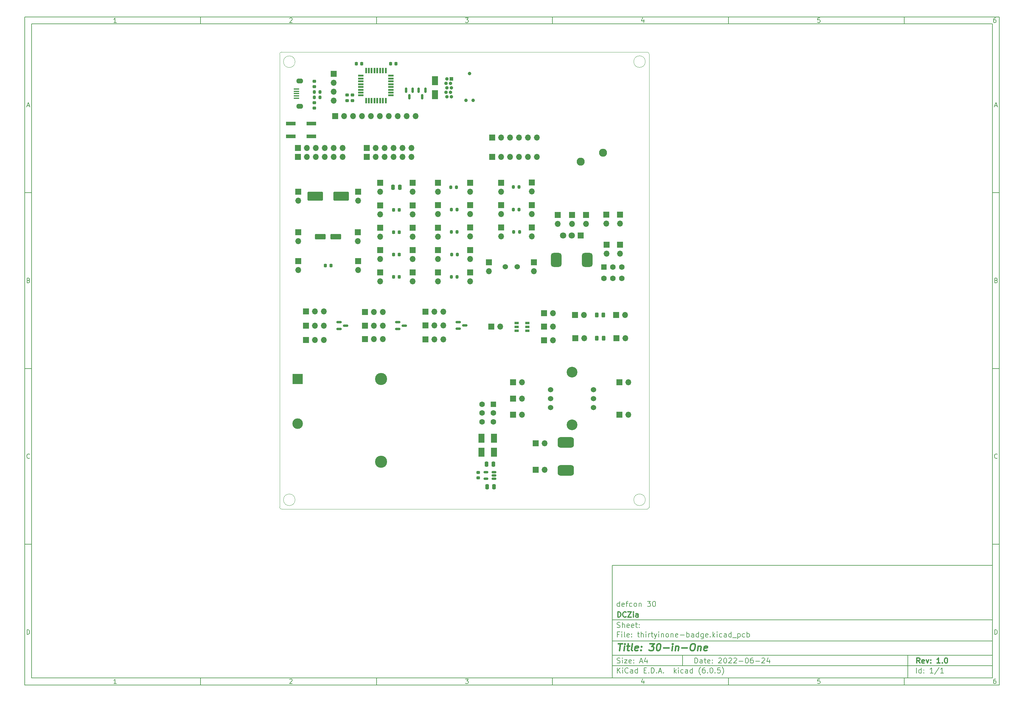
<source format=gbr>
%TF.GenerationSoftware,KiCad,Pcbnew,(6.0.5)*%
%TF.CreationDate,2022-09-10T22:43:36-06:00*%
%TF.ProjectId,thirtyinone-badge,74686972-7479-4696-9e6f-6e652d626164,1.0*%
%TF.SameCoordinates,Original*%
%TF.FileFunction,Soldermask,Top*%
%TF.FilePolarity,Negative*%
%FSLAX46Y46*%
G04 Gerber Fmt 4.6, Leading zero omitted, Abs format (unit mm)*
G04 Created by KiCad (PCBNEW (6.0.5)) date 2022-09-10 22:43:36*
%MOMM*%
%LPD*%
G01*
G04 APERTURE LIST*
G04 Aperture macros list*
%AMRoundRect*
0 Rectangle with rounded corners*
0 $1 Rounding radius*
0 $2 $3 $4 $5 $6 $7 $8 $9 X,Y pos of 4 corners*
0 Add a 4 corners polygon primitive as box body*
4,1,4,$2,$3,$4,$5,$6,$7,$8,$9,$2,$3,0*
0 Add four circle primitives for the rounded corners*
1,1,$1+$1,$2,$3*
1,1,$1+$1,$4,$5*
1,1,$1+$1,$6,$7*
1,1,$1+$1,$8,$9*
0 Add four rect primitives between the rounded corners*
20,1,$1+$1,$2,$3,$4,$5,0*
20,1,$1+$1,$4,$5,$6,$7,0*
20,1,$1+$1,$6,$7,$8,$9,0*
20,1,$1+$1,$8,$9,$2,$3,0*%
G04 Aperture macros list end*
%ADD10C,0.100000*%
%ADD11C,0.150000*%
%ADD12C,0.300000*%
%ADD13C,0.400000*%
%TA.AperFunction,Profile*%
%ADD14C,0.100000*%
%TD*%
%ADD15R,1.500000X0.400000*%
%ADD16O,1.950000X1.400000*%
%ADD17R,2.800000X1.000000*%
%ADD18RoundRect,0.200000X-0.200000X-0.275000X0.200000X-0.275000X0.200000X0.275000X-0.200000X0.275000X0*%
%ADD19RoundRect,0.150000X-0.150000X0.587500X-0.150000X-0.587500X0.150000X-0.587500X0.150000X0.587500X0*%
%ADD20R,0.550000X1.600000*%
%ADD21R,1.600000X0.550000*%
%ADD22RoundRect,0.225000X-0.225000X-0.250000X0.225000X-0.250000X0.225000X0.250000X-0.225000X0.250000X0*%
%ADD23RoundRect,0.225000X0.250000X-0.225000X0.250000X0.225000X-0.250000X0.225000X-0.250000X-0.225000X0*%
%ADD24R,1.700000X1.700000*%
%ADD25O,1.700000X1.700000*%
%ADD26C,1.524000*%
%ADD27RoundRect,0.250000X-1.950000X-1.000000X1.950000X-1.000000X1.950000X1.000000X-1.950000X1.000000X0*%
%ADD28R,1.600000X1.600000*%
%ADD29C,1.600000*%
%ADD30R,1.800000X2.500000*%
%ADD31C,3.048000*%
%ADD32C,3.450000*%
%ADD33R,3.000000X3.000000*%
%ADD34C,3.000000*%
%ADD35RoundRect,0.250000X-1.250000X-0.550000X1.250000X-0.550000X1.250000X0.550000X-1.250000X0.550000X0*%
%ADD36RoundRect,0.150000X-0.587500X-0.150000X0.587500X-0.150000X0.587500X0.150000X-0.587500X0.150000X0*%
%ADD37RoundRect,0.250000X-0.250000X-0.475000X0.250000X-0.475000X0.250000X0.475000X-0.250000X0.475000X0*%
%ADD38RoundRect,0.762000X1.524000X0.762000X-1.524000X0.762000X-1.524000X-0.762000X1.524000X-0.762000X0*%
%ADD39R,1.300000X0.700000*%
%ADD40RoundRect,0.243750X-0.243750X-0.456250X0.243750X-0.456250X0.243750X0.456250X-0.243750X0.456250X0*%
%ADD41R,1.800000X1.800000*%
%ADD42C,1.800000*%
%ADD43RoundRect,0.750000X-0.750000X1.250000X-0.750000X-1.250000X0.750000X-1.250000X0.750000X1.250000X0*%
%ADD44C,2.286000*%
%ADD45RoundRect,0.225000X0.225000X0.250000X-0.225000X0.250000X-0.225000X-0.250000X0.225000X-0.250000X0*%
%ADD46RoundRect,0.150000X0.512500X0.150000X-0.512500X0.150000X-0.512500X-0.150000X0.512500X-0.150000X0*%
%ADD47C,0.988060*%
%ADD48C,0.985520*%
%ADD49R,1.000000X1.000000*%
%ADD50O,1.000000X1.000000*%
G04 APERTURE END LIST*
D10*
D11*
X177002200Y-166007200D02*
X177002200Y-198007200D01*
X285002200Y-198007200D01*
X285002200Y-166007200D01*
X177002200Y-166007200D01*
D10*
D11*
X10000000Y-10000000D02*
X10000000Y-200007200D01*
X287002200Y-200007200D01*
X287002200Y-10000000D01*
X10000000Y-10000000D01*
D10*
D11*
X12000000Y-12000000D02*
X12000000Y-198007200D01*
X285002200Y-198007200D01*
X285002200Y-12000000D01*
X12000000Y-12000000D01*
D10*
D11*
X60000000Y-12000000D02*
X60000000Y-10000000D01*
D10*
D11*
X110000000Y-12000000D02*
X110000000Y-10000000D01*
D10*
D11*
X160000000Y-12000000D02*
X160000000Y-10000000D01*
D10*
D11*
X210000000Y-12000000D02*
X210000000Y-10000000D01*
D10*
D11*
X260000000Y-12000000D02*
X260000000Y-10000000D01*
D10*
D11*
X36065476Y-11588095D02*
X35322619Y-11588095D01*
X35694047Y-11588095D02*
X35694047Y-10288095D01*
X35570238Y-10473809D01*
X35446428Y-10597619D01*
X35322619Y-10659523D01*
D10*
D11*
X85322619Y-10411904D02*
X85384523Y-10350000D01*
X85508333Y-10288095D01*
X85817857Y-10288095D01*
X85941666Y-10350000D01*
X86003571Y-10411904D01*
X86065476Y-10535714D01*
X86065476Y-10659523D01*
X86003571Y-10845238D01*
X85260714Y-11588095D01*
X86065476Y-11588095D01*
D10*
D11*
X135260714Y-10288095D02*
X136065476Y-10288095D01*
X135632142Y-10783333D01*
X135817857Y-10783333D01*
X135941666Y-10845238D01*
X136003571Y-10907142D01*
X136065476Y-11030952D01*
X136065476Y-11340476D01*
X136003571Y-11464285D01*
X135941666Y-11526190D01*
X135817857Y-11588095D01*
X135446428Y-11588095D01*
X135322619Y-11526190D01*
X135260714Y-11464285D01*
D10*
D11*
X185941666Y-10721428D02*
X185941666Y-11588095D01*
X185632142Y-10226190D02*
X185322619Y-11154761D01*
X186127380Y-11154761D01*
D10*
D11*
X236003571Y-10288095D02*
X235384523Y-10288095D01*
X235322619Y-10907142D01*
X235384523Y-10845238D01*
X235508333Y-10783333D01*
X235817857Y-10783333D01*
X235941666Y-10845238D01*
X236003571Y-10907142D01*
X236065476Y-11030952D01*
X236065476Y-11340476D01*
X236003571Y-11464285D01*
X235941666Y-11526190D01*
X235817857Y-11588095D01*
X235508333Y-11588095D01*
X235384523Y-11526190D01*
X235322619Y-11464285D01*
D10*
D11*
X285941666Y-10288095D02*
X285694047Y-10288095D01*
X285570238Y-10350000D01*
X285508333Y-10411904D01*
X285384523Y-10597619D01*
X285322619Y-10845238D01*
X285322619Y-11340476D01*
X285384523Y-11464285D01*
X285446428Y-11526190D01*
X285570238Y-11588095D01*
X285817857Y-11588095D01*
X285941666Y-11526190D01*
X286003571Y-11464285D01*
X286065476Y-11340476D01*
X286065476Y-11030952D01*
X286003571Y-10907142D01*
X285941666Y-10845238D01*
X285817857Y-10783333D01*
X285570238Y-10783333D01*
X285446428Y-10845238D01*
X285384523Y-10907142D01*
X285322619Y-11030952D01*
D10*
D11*
X60000000Y-198007200D02*
X60000000Y-200007200D01*
D10*
D11*
X110000000Y-198007200D02*
X110000000Y-200007200D01*
D10*
D11*
X160000000Y-198007200D02*
X160000000Y-200007200D01*
D10*
D11*
X210000000Y-198007200D02*
X210000000Y-200007200D01*
D10*
D11*
X260000000Y-198007200D02*
X260000000Y-200007200D01*
D10*
D11*
X36065476Y-199595295D02*
X35322619Y-199595295D01*
X35694047Y-199595295D02*
X35694047Y-198295295D01*
X35570238Y-198481009D01*
X35446428Y-198604819D01*
X35322619Y-198666723D01*
D10*
D11*
X85322619Y-198419104D02*
X85384523Y-198357200D01*
X85508333Y-198295295D01*
X85817857Y-198295295D01*
X85941666Y-198357200D01*
X86003571Y-198419104D01*
X86065476Y-198542914D01*
X86065476Y-198666723D01*
X86003571Y-198852438D01*
X85260714Y-199595295D01*
X86065476Y-199595295D01*
D10*
D11*
X135260714Y-198295295D02*
X136065476Y-198295295D01*
X135632142Y-198790533D01*
X135817857Y-198790533D01*
X135941666Y-198852438D01*
X136003571Y-198914342D01*
X136065476Y-199038152D01*
X136065476Y-199347676D01*
X136003571Y-199471485D01*
X135941666Y-199533390D01*
X135817857Y-199595295D01*
X135446428Y-199595295D01*
X135322619Y-199533390D01*
X135260714Y-199471485D01*
D10*
D11*
X185941666Y-198728628D02*
X185941666Y-199595295D01*
X185632142Y-198233390D02*
X185322619Y-199161961D01*
X186127380Y-199161961D01*
D10*
D11*
X236003571Y-198295295D02*
X235384523Y-198295295D01*
X235322619Y-198914342D01*
X235384523Y-198852438D01*
X235508333Y-198790533D01*
X235817857Y-198790533D01*
X235941666Y-198852438D01*
X236003571Y-198914342D01*
X236065476Y-199038152D01*
X236065476Y-199347676D01*
X236003571Y-199471485D01*
X235941666Y-199533390D01*
X235817857Y-199595295D01*
X235508333Y-199595295D01*
X235384523Y-199533390D01*
X235322619Y-199471485D01*
D10*
D11*
X285941666Y-198295295D02*
X285694047Y-198295295D01*
X285570238Y-198357200D01*
X285508333Y-198419104D01*
X285384523Y-198604819D01*
X285322619Y-198852438D01*
X285322619Y-199347676D01*
X285384523Y-199471485D01*
X285446428Y-199533390D01*
X285570238Y-199595295D01*
X285817857Y-199595295D01*
X285941666Y-199533390D01*
X286003571Y-199471485D01*
X286065476Y-199347676D01*
X286065476Y-199038152D01*
X286003571Y-198914342D01*
X285941666Y-198852438D01*
X285817857Y-198790533D01*
X285570238Y-198790533D01*
X285446428Y-198852438D01*
X285384523Y-198914342D01*
X285322619Y-199038152D01*
D10*
D11*
X10000000Y-60000000D02*
X12000000Y-60000000D01*
D10*
D11*
X10000000Y-110000000D02*
X12000000Y-110000000D01*
D10*
D11*
X10000000Y-160000000D02*
X12000000Y-160000000D01*
D10*
D11*
X10690476Y-35216666D02*
X11309523Y-35216666D01*
X10566666Y-35588095D02*
X11000000Y-34288095D01*
X11433333Y-35588095D01*
D10*
D11*
X11092857Y-84907142D02*
X11278571Y-84969047D01*
X11340476Y-85030952D01*
X11402380Y-85154761D01*
X11402380Y-85340476D01*
X11340476Y-85464285D01*
X11278571Y-85526190D01*
X11154761Y-85588095D01*
X10659523Y-85588095D01*
X10659523Y-84288095D01*
X11092857Y-84288095D01*
X11216666Y-84350000D01*
X11278571Y-84411904D01*
X11340476Y-84535714D01*
X11340476Y-84659523D01*
X11278571Y-84783333D01*
X11216666Y-84845238D01*
X11092857Y-84907142D01*
X10659523Y-84907142D01*
D10*
D11*
X11402380Y-135464285D02*
X11340476Y-135526190D01*
X11154761Y-135588095D01*
X11030952Y-135588095D01*
X10845238Y-135526190D01*
X10721428Y-135402380D01*
X10659523Y-135278571D01*
X10597619Y-135030952D01*
X10597619Y-134845238D01*
X10659523Y-134597619D01*
X10721428Y-134473809D01*
X10845238Y-134350000D01*
X11030952Y-134288095D01*
X11154761Y-134288095D01*
X11340476Y-134350000D01*
X11402380Y-134411904D01*
D10*
D11*
X10659523Y-185588095D02*
X10659523Y-184288095D01*
X10969047Y-184288095D01*
X11154761Y-184350000D01*
X11278571Y-184473809D01*
X11340476Y-184597619D01*
X11402380Y-184845238D01*
X11402380Y-185030952D01*
X11340476Y-185278571D01*
X11278571Y-185402380D01*
X11154761Y-185526190D01*
X10969047Y-185588095D01*
X10659523Y-185588095D01*
D10*
D11*
X287002200Y-60000000D02*
X285002200Y-60000000D01*
D10*
D11*
X287002200Y-110000000D02*
X285002200Y-110000000D01*
D10*
D11*
X287002200Y-160000000D02*
X285002200Y-160000000D01*
D10*
D11*
X285692676Y-35216666D02*
X286311723Y-35216666D01*
X285568866Y-35588095D02*
X286002200Y-34288095D01*
X286435533Y-35588095D01*
D10*
D11*
X286095057Y-84907142D02*
X286280771Y-84969047D01*
X286342676Y-85030952D01*
X286404580Y-85154761D01*
X286404580Y-85340476D01*
X286342676Y-85464285D01*
X286280771Y-85526190D01*
X286156961Y-85588095D01*
X285661723Y-85588095D01*
X285661723Y-84288095D01*
X286095057Y-84288095D01*
X286218866Y-84350000D01*
X286280771Y-84411904D01*
X286342676Y-84535714D01*
X286342676Y-84659523D01*
X286280771Y-84783333D01*
X286218866Y-84845238D01*
X286095057Y-84907142D01*
X285661723Y-84907142D01*
D10*
D11*
X286404580Y-135464285D02*
X286342676Y-135526190D01*
X286156961Y-135588095D01*
X286033152Y-135588095D01*
X285847438Y-135526190D01*
X285723628Y-135402380D01*
X285661723Y-135278571D01*
X285599819Y-135030952D01*
X285599819Y-134845238D01*
X285661723Y-134597619D01*
X285723628Y-134473809D01*
X285847438Y-134350000D01*
X286033152Y-134288095D01*
X286156961Y-134288095D01*
X286342676Y-134350000D01*
X286404580Y-134411904D01*
D10*
D11*
X285661723Y-185588095D02*
X285661723Y-184288095D01*
X285971247Y-184288095D01*
X286156961Y-184350000D01*
X286280771Y-184473809D01*
X286342676Y-184597619D01*
X286404580Y-184845238D01*
X286404580Y-185030952D01*
X286342676Y-185278571D01*
X286280771Y-185402380D01*
X286156961Y-185526190D01*
X285971247Y-185588095D01*
X285661723Y-185588095D01*
D10*
D11*
X200434342Y-193785771D02*
X200434342Y-192285771D01*
X200791485Y-192285771D01*
X201005771Y-192357200D01*
X201148628Y-192500057D01*
X201220057Y-192642914D01*
X201291485Y-192928628D01*
X201291485Y-193142914D01*
X201220057Y-193428628D01*
X201148628Y-193571485D01*
X201005771Y-193714342D01*
X200791485Y-193785771D01*
X200434342Y-193785771D01*
X202577200Y-193785771D02*
X202577200Y-193000057D01*
X202505771Y-192857200D01*
X202362914Y-192785771D01*
X202077200Y-192785771D01*
X201934342Y-192857200D01*
X202577200Y-193714342D02*
X202434342Y-193785771D01*
X202077200Y-193785771D01*
X201934342Y-193714342D01*
X201862914Y-193571485D01*
X201862914Y-193428628D01*
X201934342Y-193285771D01*
X202077200Y-193214342D01*
X202434342Y-193214342D01*
X202577200Y-193142914D01*
X203077200Y-192785771D02*
X203648628Y-192785771D01*
X203291485Y-192285771D02*
X203291485Y-193571485D01*
X203362914Y-193714342D01*
X203505771Y-193785771D01*
X203648628Y-193785771D01*
X204720057Y-193714342D02*
X204577200Y-193785771D01*
X204291485Y-193785771D01*
X204148628Y-193714342D01*
X204077200Y-193571485D01*
X204077200Y-193000057D01*
X204148628Y-192857200D01*
X204291485Y-192785771D01*
X204577200Y-192785771D01*
X204720057Y-192857200D01*
X204791485Y-193000057D01*
X204791485Y-193142914D01*
X204077200Y-193285771D01*
X205434342Y-193642914D02*
X205505771Y-193714342D01*
X205434342Y-193785771D01*
X205362914Y-193714342D01*
X205434342Y-193642914D01*
X205434342Y-193785771D01*
X205434342Y-192857200D02*
X205505771Y-192928628D01*
X205434342Y-193000057D01*
X205362914Y-192928628D01*
X205434342Y-192857200D01*
X205434342Y-193000057D01*
X207220057Y-192428628D02*
X207291485Y-192357200D01*
X207434342Y-192285771D01*
X207791485Y-192285771D01*
X207934342Y-192357200D01*
X208005771Y-192428628D01*
X208077200Y-192571485D01*
X208077200Y-192714342D01*
X208005771Y-192928628D01*
X207148628Y-193785771D01*
X208077200Y-193785771D01*
X209005771Y-192285771D02*
X209148628Y-192285771D01*
X209291485Y-192357200D01*
X209362914Y-192428628D01*
X209434342Y-192571485D01*
X209505771Y-192857200D01*
X209505771Y-193214342D01*
X209434342Y-193500057D01*
X209362914Y-193642914D01*
X209291485Y-193714342D01*
X209148628Y-193785771D01*
X209005771Y-193785771D01*
X208862914Y-193714342D01*
X208791485Y-193642914D01*
X208720057Y-193500057D01*
X208648628Y-193214342D01*
X208648628Y-192857200D01*
X208720057Y-192571485D01*
X208791485Y-192428628D01*
X208862914Y-192357200D01*
X209005771Y-192285771D01*
X210077200Y-192428628D02*
X210148628Y-192357200D01*
X210291485Y-192285771D01*
X210648628Y-192285771D01*
X210791485Y-192357200D01*
X210862914Y-192428628D01*
X210934342Y-192571485D01*
X210934342Y-192714342D01*
X210862914Y-192928628D01*
X210005771Y-193785771D01*
X210934342Y-193785771D01*
X211505771Y-192428628D02*
X211577200Y-192357200D01*
X211720057Y-192285771D01*
X212077200Y-192285771D01*
X212220057Y-192357200D01*
X212291485Y-192428628D01*
X212362914Y-192571485D01*
X212362914Y-192714342D01*
X212291485Y-192928628D01*
X211434342Y-193785771D01*
X212362914Y-193785771D01*
X213005771Y-193214342D02*
X214148628Y-193214342D01*
X215148628Y-192285771D02*
X215291485Y-192285771D01*
X215434342Y-192357200D01*
X215505771Y-192428628D01*
X215577200Y-192571485D01*
X215648628Y-192857200D01*
X215648628Y-193214342D01*
X215577200Y-193500057D01*
X215505771Y-193642914D01*
X215434342Y-193714342D01*
X215291485Y-193785771D01*
X215148628Y-193785771D01*
X215005771Y-193714342D01*
X214934342Y-193642914D01*
X214862914Y-193500057D01*
X214791485Y-193214342D01*
X214791485Y-192857200D01*
X214862914Y-192571485D01*
X214934342Y-192428628D01*
X215005771Y-192357200D01*
X215148628Y-192285771D01*
X216934342Y-192285771D02*
X216648628Y-192285771D01*
X216505771Y-192357200D01*
X216434342Y-192428628D01*
X216291485Y-192642914D01*
X216220057Y-192928628D01*
X216220057Y-193500057D01*
X216291485Y-193642914D01*
X216362914Y-193714342D01*
X216505771Y-193785771D01*
X216791485Y-193785771D01*
X216934342Y-193714342D01*
X217005771Y-193642914D01*
X217077200Y-193500057D01*
X217077200Y-193142914D01*
X217005771Y-193000057D01*
X216934342Y-192928628D01*
X216791485Y-192857200D01*
X216505771Y-192857200D01*
X216362914Y-192928628D01*
X216291485Y-193000057D01*
X216220057Y-193142914D01*
X217720057Y-193214342D02*
X218862914Y-193214342D01*
X219505771Y-192428628D02*
X219577200Y-192357200D01*
X219720057Y-192285771D01*
X220077200Y-192285771D01*
X220220057Y-192357200D01*
X220291485Y-192428628D01*
X220362914Y-192571485D01*
X220362914Y-192714342D01*
X220291485Y-192928628D01*
X219434342Y-193785771D01*
X220362914Y-193785771D01*
X221648628Y-192785771D02*
X221648628Y-193785771D01*
X221291485Y-192214342D02*
X220934342Y-193285771D01*
X221862914Y-193285771D01*
D10*
D11*
X177002200Y-194507200D02*
X285002200Y-194507200D01*
D10*
D11*
X178434342Y-196585771D02*
X178434342Y-195085771D01*
X179291485Y-196585771D02*
X178648628Y-195728628D01*
X179291485Y-195085771D02*
X178434342Y-195942914D01*
X179934342Y-196585771D02*
X179934342Y-195585771D01*
X179934342Y-195085771D02*
X179862914Y-195157200D01*
X179934342Y-195228628D01*
X180005771Y-195157200D01*
X179934342Y-195085771D01*
X179934342Y-195228628D01*
X181505771Y-196442914D02*
X181434342Y-196514342D01*
X181220057Y-196585771D01*
X181077200Y-196585771D01*
X180862914Y-196514342D01*
X180720057Y-196371485D01*
X180648628Y-196228628D01*
X180577200Y-195942914D01*
X180577200Y-195728628D01*
X180648628Y-195442914D01*
X180720057Y-195300057D01*
X180862914Y-195157200D01*
X181077200Y-195085771D01*
X181220057Y-195085771D01*
X181434342Y-195157200D01*
X181505771Y-195228628D01*
X182791485Y-196585771D02*
X182791485Y-195800057D01*
X182720057Y-195657200D01*
X182577200Y-195585771D01*
X182291485Y-195585771D01*
X182148628Y-195657200D01*
X182791485Y-196514342D02*
X182648628Y-196585771D01*
X182291485Y-196585771D01*
X182148628Y-196514342D01*
X182077200Y-196371485D01*
X182077200Y-196228628D01*
X182148628Y-196085771D01*
X182291485Y-196014342D01*
X182648628Y-196014342D01*
X182791485Y-195942914D01*
X184148628Y-196585771D02*
X184148628Y-195085771D01*
X184148628Y-196514342D02*
X184005771Y-196585771D01*
X183720057Y-196585771D01*
X183577200Y-196514342D01*
X183505771Y-196442914D01*
X183434342Y-196300057D01*
X183434342Y-195871485D01*
X183505771Y-195728628D01*
X183577200Y-195657200D01*
X183720057Y-195585771D01*
X184005771Y-195585771D01*
X184148628Y-195657200D01*
X186005771Y-195800057D02*
X186505771Y-195800057D01*
X186720057Y-196585771D02*
X186005771Y-196585771D01*
X186005771Y-195085771D01*
X186720057Y-195085771D01*
X187362914Y-196442914D02*
X187434342Y-196514342D01*
X187362914Y-196585771D01*
X187291485Y-196514342D01*
X187362914Y-196442914D01*
X187362914Y-196585771D01*
X188077200Y-196585771D02*
X188077200Y-195085771D01*
X188434342Y-195085771D01*
X188648628Y-195157200D01*
X188791485Y-195300057D01*
X188862914Y-195442914D01*
X188934342Y-195728628D01*
X188934342Y-195942914D01*
X188862914Y-196228628D01*
X188791485Y-196371485D01*
X188648628Y-196514342D01*
X188434342Y-196585771D01*
X188077200Y-196585771D01*
X189577200Y-196442914D02*
X189648628Y-196514342D01*
X189577200Y-196585771D01*
X189505771Y-196514342D01*
X189577200Y-196442914D01*
X189577200Y-196585771D01*
X190220057Y-196157200D02*
X190934342Y-196157200D01*
X190077200Y-196585771D02*
X190577200Y-195085771D01*
X191077200Y-196585771D01*
X191577200Y-196442914D02*
X191648628Y-196514342D01*
X191577200Y-196585771D01*
X191505771Y-196514342D01*
X191577200Y-196442914D01*
X191577200Y-196585771D01*
X194577200Y-196585771D02*
X194577200Y-195085771D01*
X194720057Y-196014342D02*
X195148628Y-196585771D01*
X195148628Y-195585771D02*
X194577200Y-196157200D01*
X195791485Y-196585771D02*
X195791485Y-195585771D01*
X195791485Y-195085771D02*
X195720057Y-195157200D01*
X195791485Y-195228628D01*
X195862914Y-195157200D01*
X195791485Y-195085771D01*
X195791485Y-195228628D01*
X197148628Y-196514342D02*
X197005771Y-196585771D01*
X196720057Y-196585771D01*
X196577200Y-196514342D01*
X196505771Y-196442914D01*
X196434342Y-196300057D01*
X196434342Y-195871485D01*
X196505771Y-195728628D01*
X196577200Y-195657200D01*
X196720057Y-195585771D01*
X197005771Y-195585771D01*
X197148628Y-195657200D01*
X198434342Y-196585771D02*
X198434342Y-195800057D01*
X198362914Y-195657200D01*
X198220057Y-195585771D01*
X197934342Y-195585771D01*
X197791485Y-195657200D01*
X198434342Y-196514342D02*
X198291485Y-196585771D01*
X197934342Y-196585771D01*
X197791485Y-196514342D01*
X197720057Y-196371485D01*
X197720057Y-196228628D01*
X197791485Y-196085771D01*
X197934342Y-196014342D01*
X198291485Y-196014342D01*
X198434342Y-195942914D01*
X199791485Y-196585771D02*
X199791485Y-195085771D01*
X199791485Y-196514342D02*
X199648628Y-196585771D01*
X199362914Y-196585771D01*
X199220057Y-196514342D01*
X199148628Y-196442914D01*
X199077200Y-196300057D01*
X199077200Y-195871485D01*
X199148628Y-195728628D01*
X199220057Y-195657200D01*
X199362914Y-195585771D01*
X199648628Y-195585771D01*
X199791485Y-195657200D01*
X202077200Y-197157200D02*
X202005771Y-197085771D01*
X201862914Y-196871485D01*
X201791485Y-196728628D01*
X201720057Y-196514342D01*
X201648628Y-196157200D01*
X201648628Y-195871485D01*
X201720057Y-195514342D01*
X201791485Y-195300057D01*
X201862914Y-195157200D01*
X202005771Y-194942914D01*
X202077200Y-194871485D01*
X203291485Y-195085771D02*
X203005771Y-195085771D01*
X202862914Y-195157200D01*
X202791485Y-195228628D01*
X202648628Y-195442914D01*
X202577200Y-195728628D01*
X202577200Y-196300057D01*
X202648628Y-196442914D01*
X202720057Y-196514342D01*
X202862914Y-196585771D01*
X203148628Y-196585771D01*
X203291485Y-196514342D01*
X203362914Y-196442914D01*
X203434342Y-196300057D01*
X203434342Y-195942914D01*
X203362914Y-195800057D01*
X203291485Y-195728628D01*
X203148628Y-195657200D01*
X202862914Y-195657200D01*
X202720057Y-195728628D01*
X202648628Y-195800057D01*
X202577200Y-195942914D01*
X204077200Y-196442914D02*
X204148628Y-196514342D01*
X204077200Y-196585771D01*
X204005771Y-196514342D01*
X204077200Y-196442914D01*
X204077200Y-196585771D01*
X205077200Y-195085771D02*
X205220057Y-195085771D01*
X205362914Y-195157200D01*
X205434342Y-195228628D01*
X205505771Y-195371485D01*
X205577200Y-195657200D01*
X205577200Y-196014342D01*
X205505771Y-196300057D01*
X205434342Y-196442914D01*
X205362914Y-196514342D01*
X205220057Y-196585771D01*
X205077200Y-196585771D01*
X204934342Y-196514342D01*
X204862914Y-196442914D01*
X204791485Y-196300057D01*
X204720057Y-196014342D01*
X204720057Y-195657200D01*
X204791485Y-195371485D01*
X204862914Y-195228628D01*
X204934342Y-195157200D01*
X205077200Y-195085771D01*
X206220057Y-196442914D02*
X206291485Y-196514342D01*
X206220057Y-196585771D01*
X206148628Y-196514342D01*
X206220057Y-196442914D01*
X206220057Y-196585771D01*
X207648628Y-195085771D02*
X206934342Y-195085771D01*
X206862914Y-195800057D01*
X206934342Y-195728628D01*
X207077200Y-195657200D01*
X207434342Y-195657200D01*
X207577200Y-195728628D01*
X207648628Y-195800057D01*
X207720057Y-195942914D01*
X207720057Y-196300057D01*
X207648628Y-196442914D01*
X207577200Y-196514342D01*
X207434342Y-196585771D01*
X207077200Y-196585771D01*
X206934342Y-196514342D01*
X206862914Y-196442914D01*
X208220057Y-197157200D02*
X208291485Y-197085771D01*
X208434342Y-196871485D01*
X208505771Y-196728628D01*
X208577200Y-196514342D01*
X208648628Y-196157200D01*
X208648628Y-195871485D01*
X208577200Y-195514342D01*
X208505771Y-195300057D01*
X208434342Y-195157200D01*
X208291485Y-194942914D01*
X208220057Y-194871485D01*
D10*
D11*
X177002200Y-191507200D02*
X285002200Y-191507200D01*
D10*
D12*
X264411485Y-193785771D02*
X263911485Y-193071485D01*
X263554342Y-193785771D02*
X263554342Y-192285771D01*
X264125771Y-192285771D01*
X264268628Y-192357200D01*
X264340057Y-192428628D01*
X264411485Y-192571485D01*
X264411485Y-192785771D01*
X264340057Y-192928628D01*
X264268628Y-193000057D01*
X264125771Y-193071485D01*
X263554342Y-193071485D01*
X265625771Y-193714342D02*
X265482914Y-193785771D01*
X265197200Y-193785771D01*
X265054342Y-193714342D01*
X264982914Y-193571485D01*
X264982914Y-193000057D01*
X265054342Y-192857200D01*
X265197200Y-192785771D01*
X265482914Y-192785771D01*
X265625771Y-192857200D01*
X265697200Y-193000057D01*
X265697200Y-193142914D01*
X264982914Y-193285771D01*
X266197200Y-192785771D02*
X266554342Y-193785771D01*
X266911485Y-192785771D01*
X267482914Y-193642914D02*
X267554342Y-193714342D01*
X267482914Y-193785771D01*
X267411485Y-193714342D01*
X267482914Y-193642914D01*
X267482914Y-193785771D01*
X267482914Y-192857200D02*
X267554342Y-192928628D01*
X267482914Y-193000057D01*
X267411485Y-192928628D01*
X267482914Y-192857200D01*
X267482914Y-193000057D01*
X270125771Y-193785771D02*
X269268628Y-193785771D01*
X269697200Y-193785771D02*
X269697200Y-192285771D01*
X269554342Y-192500057D01*
X269411485Y-192642914D01*
X269268628Y-192714342D01*
X270768628Y-193642914D02*
X270840057Y-193714342D01*
X270768628Y-193785771D01*
X270697200Y-193714342D01*
X270768628Y-193642914D01*
X270768628Y-193785771D01*
X271768628Y-192285771D02*
X271911485Y-192285771D01*
X272054342Y-192357200D01*
X272125771Y-192428628D01*
X272197200Y-192571485D01*
X272268628Y-192857200D01*
X272268628Y-193214342D01*
X272197200Y-193500057D01*
X272125771Y-193642914D01*
X272054342Y-193714342D01*
X271911485Y-193785771D01*
X271768628Y-193785771D01*
X271625771Y-193714342D01*
X271554342Y-193642914D01*
X271482914Y-193500057D01*
X271411485Y-193214342D01*
X271411485Y-192857200D01*
X271482914Y-192571485D01*
X271554342Y-192428628D01*
X271625771Y-192357200D01*
X271768628Y-192285771D01*
D10*
D11*
X178362914Y-193714342D02*
X178577200Y-193785771D01*
X178934342Y-193785771D01*
X179077200Y-193714342D01*
X179148628Y-193642914D01*
X179220057Y-193500057D01*
X179220057Y-193357200D01*
X179148628Y-193214342D01*
X179077200Y-193142914D01*
X178934342Y-193071485D01*
X178648628Y-193000057D01*
X178505771Y-192928628D01*
X178434342Y-192857200D01*
X178362914Y-192714342D01*
X178362914Y-192571485D01*
X178434342Y-192428628D01*
X178505771Y-192357200D01*
X178648628Y-192285771D01*
X179005771Y-192285771D01*
X179220057Y-192357200D01*
X179862914Y-193785771D02*
X179862914Y-192785771D01*
X179862914Y-192285771D02*
X179791485Y-192357200D01*
X179862914Y-192428628D01*
X179934342Y-192357200D01*
X179862914Y-192285771D01*
X179862914Y-192428628D01*
X180434342Y-192785771D02*
X181220057Y-192785771D01*
X180434342Y-193785771D01*
X181220057Y-193785771D01*
X182362914Y-193714342D02*
X182220057Y-193785771D01*
X181934342Y-193785771D01*
X181791485Y-193714342D01*
X181720057Y-193571485D01*
X181720057Y-193000057D01*
X181791485Y-192857200D01*
X181934342Y-192785771D01*
X182220057Y-192785771D01*
X182362914Y-192857200D01*
X182434342Y-193000057D01*
X182434342Y-193142914D01*
X181720057Y-193285771D01*
X183077200Y-193642914D02*
X183148628Y-193714342D01*
X183077200Y-193785771D01*
X183005771Y-193714342D01*
X183077200Y-193642914D01*
X183077200Y-193785771D01*
X183077200Y-192857200D02*
X183148628Y-192928628D01*
X183077200Y-193000057D01*
X183005771Y-192928628D01*
X183077200Y-192857200D01*
X183077200Y-193000057D01*
X184862914Y-193357200D02*
X185577200Y-193357200D01*
X184720057Y-193785771D02*
X185220057Y-192285771D01*
X185720057Y-193785771D01*
X186862914Y-192785771D02*
X186862914Y-193785771D01*
X186505771Y-192214342D02*
X186148628Y-193285771D01*
X187077200Y-193285771D01*
D10*
D11*
X263434342Y-196585771D02*
X263434342Y-195085771D01*
X264791485Y-196585771D02*
X264791485Y-195085771D01*
X264791485Y-196514342D02*
X264648628Y-196585771D01*
X264362914Y-196585771D01*
X264220057Y-196514342D01*
X264148628Y-196442914D01*
X264077200Y-196300057D01*
X264077200Y-195871485D01*
X264148628Y-195728628D01*
X264220057Y-195657200D01*
X264362914Y-195585771D01*
X264648628Y-195585771D01*
X264791485Y-195657200D01*
X265505771Y-196442914D02*
X265577200Y-196514342D01*
X265505771Y-196585771D01*
X265434342Y-196514342D01*
X265505771Y-196442914D01*
X265505771Y-196585771D01*
X265505771Y-195657200D02*
X265577200Y-195728628D01*
X265505771Y-195800057D01*
X265434342Y-195728628D01*
X265505771Y-195657200D01*
X265505771Y-195800057D01*
X268148628Y-196585771D02*
X267291485Y-196585771D01*
X267720057Y-196585771D02*
X267720057Y-195085771D01*
X267577200Y-195300057D01*
X267434342Y-195442914D01*
X267291485Y-195514342D01*
X269862914Y-195014342D02*
X268577200Y-196942914D01*
X271148628Y-196585771D02*
X270291485Y-196585771D01*
X270720057Y-196585771D02*
X270720057Y-195085771D01*
X270577200Y-195300057D01*
X270434342Y-195442914D01*
X270291485Y-195514342D01*
D10*
D11*
X177002200Y-187507200D02*
X285002200Y-187507200D01*
D10*
D13*
X178714580Y-188211961D02*
X179857438Y-188211961D01*
X179036009Y-190211961D02*
X179286009Y-188211961D01*
X180274104Y-190211961D02*
X180440771Y-188878628D01*
X180524104Y-188211961D02*
X180416961Y-188307200D01*
X180500295Y-188402438D01*
X180607438Y-188307200D01*
X180524104Y-188211961D01*
X180500295Y-188402438D01*
X181107438Y-188878628D02*
X181869342Y-188878628D01*
X181476485Y-188211961D02*
X181262200Y-189926247D01*
X181333628Y-190116723D01*
X181512200Y-190211961D01*
X181702676Y-190211961D01*
X182655057Y-190211961D02*
X182476485Y-190116723D01*
X182405057Y-189926247D01*
X182619342Y-188211961D01*
X184190771Y-190116723D02*
X183988390Y-190211961D01*
X183607438Y-190211961D01*
X183428866Y-190116723D01*
X183357438Y-189926247D01*
X183452676Y-189164342D01*
X183571723Y-188973866D01*
X183774104Y-188878628D01*
X184155057Y-188878628D01*
X184333628Y-188973866D01*
X184405057Y-189164342D01*
X184381247Y-189354819D01*
X183405057Y-189545295D01*
X185155057Y-190021485D02*
X185238390Y-190116723D01*
X185131247Y-190211961D01*
X185047914Y-190116723D01*
X185155057Y-190021485D01*
X185131247Y-190211961D01*
X185286009Y-188973866D02*
X185369342Y-189069104D01*
X185262200Y-189164342D01*
X185178866Y-189069104D01*
X185286009Y-188973866D01*
X185262200Y-189164342D01*
X187666961Y-188211961D02*
X188905057Y-188211961D01*
X188143152Y-188973866D01*
X188428866Y-188973866D01*
X188607438Y-189069104D01*
X188690771Y-189164342D01*
X188762200Y-189354819D01*
X188702676Y-189831009D01*
X188583628Y-190021485D01*
X188476485Y-190116723D01*
X188274104Y-190211961D01*
X187702676Y-190211961D01*
X187524104Y-190116723D01*
X187440771Y-190021485D01*
X190143152Y-188211961D02*
X190333628Y-188211961D01*
X190512200Y-188307200D01*
X190595533Y-188402438D01*
X190666961Y-188592914D01*
X190714580Y-188973866D01*
X190655057Y-189450057D01*
X190512200Y-189831009D01*
X190393152Y-190021485D01*
X190286009Y-190116723D01*
X190083628Y-190211961D01*
X189893152Y-190211961D01*
X189714580Y-190116723D01*
X189631247Y-190021485D01*
X189559819Y-189831009D01*
X189512200Y-189450057D01*
X189571723Y-188973866D01*
X189714580Y-188592914D01*
X189833628Y-188402438D01*
X189940771Y-188307200D01*
X190143152Y-188211961D01*
X191512200Y-189450057D02*
X193036009Y-189450057D01*
X193893152Y-190211961D02*
X194059819Y-188878628D01*
X194143152Y-188211961D02*
X194036009Y-188307200D01*
X194119342Y-188402438D01*
X194226485Y-188307200D01*
X194143152Y-188211961D01*
X194119342Y-188402438D01*
X195012200Y-188878628D02*
X194845533Y-190211961D01*
X194988390Y-189069104D02*
X195095533Y-188973866D01*
X195297914Y-188878628D01*
X195583628Y-188878628D01*
X195762200Y-188973866D01*
X195833628Y-189164342D01*
X195702676Y-190211961D01*
X196750295Y-189450057D02*
X198274104Y-189450057D01*
X199762200Y-188211961D02*
X200143152Y-188211961D01*
X200321723Y-188307200D01*
X200488390Y-188497676D01*
X200536009Y-188878628D01*
X200452676Y-189545295D01*
X200309819Y-189926247D01*
X200095533Y-190116723D01*
X199893152Y-190211961D01*
X199512200Y-190211961D01*
X199333628Y-190116723D01*
X199166961Y-189926247D01*
X199119342Y-189545295D01*
X199202676Y-188878628D01*
X199345533Y-188497676D01*
X199559819Y-188307200D01*
X199762200Y-188211961D01*
X201393152Y-188878628D02*
X201226485Y-190211961D01*
X201369342Y-189069104D02*
X201476485Y-188973866D01*
X201678866Y-188878628D01*
X201964580Y-188878628D01*
X202143152Y-188973866D01*
X202214580Y-189164342D01*
X202083628Y-190211961D01*
X203809819Y-190116723D02*
X203607438Y-190211961D01*
X203226485Y-190211961D01*
X203047914Y-190116723D01*
X202976485Y-189926247D01*
X203071723Y-189164342D01*
X203190771Y-188973866D01*
X203393152Y-188878628D01*
X203774104Y-188878628D01*
X203952676Y-188973866D01*
X204024104Y-189164342D01*
X204000295Y-189354819D01*
X203024104Y-189545295D01*
D10*
D11*
X178934342Y-185600057D02*
X178434342Y-185600057D01*
X178434342Y-186385771D02*
X178434342Y-184885771D01*
X179148628Y-184885771D01*
X179720057Y-186385771D02*
X179720057Y-185385771D01*
X179720057Y-184885771D02*
X179648628Y-184957200D01*
X179720057Y-185028628D01*
X179791485Y-184957200D01*
X179720057Y-184885771D01*
X179720057Y-185028628D01*
X180648628Y-186385771D02*
X180505771Y-186314342D01*
X180434342Y-186171485D01*
X180434342Y-184885771D01*
X181791485Y-186314342D02*
X181648628Y-186385771D01*
X181362914Y-186385771D01*
X181220057Y-186314342D01*
X181148628Y-186171485D01*
X181148628Y-185600057D01*
X181220057Y-185457200D01*
X181362914Y-185385771D01*
X181648628Y-185385771D01*
X181791485Y-185457200D01*
X181862914Y-185600057D01*
X181862914Y-185742914D01*
X181148628Y-185885771D01*
X182505771Y-186242914D02*
X182577200Y-186314342D01*
X182505771Y-186385771D01*
X182434342Y-186314342D01*
X182505771Y-186242914D01*
X182505771Y-186385771D01*
X182505771Y-185457200D02*
X182577200Y-185528628D01*
X182505771Y-185600057D01*
X182434342Y-185528628D01*
X182505771Y-185457200D01*
X182505771Y-185600057D01*
X184148628Y-185385771D02*
X184720057Y-185385771D01*
X184362914Y-184885771D02*
X184362914Y-186171485D01*
X184434342Y-186314342D01*
X184577200Y-186385771D01*
X184720057Y-186385771D01*
X185220057Y-186385771D02*
X185220057Y-184885771D01*
X185862914Y-186385771D02*
X185862914Y-185600057D01*
X185791485Y-185457200D01*
X185648628Y-185385771D01*
X185434342Y-185385771D01*
X185291485Y-185457200D01*
X185220057Y-185528628D01*
X186577200Y-186385771D02*
X186577200Y-185385771D01*
X186577200Y-184885771D02*
X186505771Y-184957200D01*
X186577200Y-185028628D01*
X186648628Y-184957200D01*
X186577200Y-184885771D01*
X186577200Y-185028628D01*
X187291485Y-186385771D02*
X187291485Y-185385771D01*
X187291485Y-185671485D02*
X187362914Y-185528628D01*
X187434342Y-185457200D01*
X187577200Y-185385771D01*
X187720057Y-185385771D01*
X188005771Y-185385771D02*
X188577200Y-185385771D01*
X188220057Y-184885771D02*
X188220057Y-186171485D01*
X188291485Y-186314342D01*
X188434342Y-186385771D01*
X188577200Y-186385771D01*
X188934342Y-185385771D02*
X189291485Y-186385771D01*
X189648628Y-185385771D02*
X189291485Y-186385771D01*
X189148628Y-186742914D01*
X189077200Y-186814342D01*
X188934342Y-186885771D01*
X190220057Y-186385771D02*
X190220057Y-185385771D01*
X190220057Y-184885771D02*
X190148628Y-184957200D01*
X190220057Y-185028628D01*
X190291485Y-184957200D01*
X190220057Y-184885771D01*
X190220057Y-185028628D01*
X190934342Y-185385771D02*
X190934342Y-186385771D01*
X190934342Y-185528628D02*
X191005771Y-185457200D01*
X191148628Y-185385771D01*
X191362914Y-185385771D01*
X191505771Y-185457200D01*
X191577200Y-185600057D01*
X191577200Y-186385771D01*
X192505771Y-186385771D02*
X192362914Y-186314342D01*
X192291485Y-186242914D01*
X192220057Y-186100057D01*
X192220057Y-185671485D01*
X192291485Y-185528628D01*
X192362914Y-185457200D01*
X192505771Y-185385771D01*
X192720057Y-185385771D01*
X192862914Y-185457200D01*
X192934342Y-185528628D01*
X193005771Y-185671485D01*
X193005771Y-186100057D01*
X192934342Y-186242914D01*
X192862914Y-186314342D01*
X192720057Y-186385771D01*
X192505771Y-186385771D01*
X193648628Y-185385771D02*
X193648628Y-186385771D01*
X193648628Y-185528628D02*
X193720057Y-185457200D01*
X193862914Y-185385771D01*
X194077200Y-185385771D01*
X194220057Y-185457200D01*
X194291485Y-185600057D01*
X194291485Y-186385771D01*
X195577200Y-186314342D02*
X195434342Y-186385771D01*
X195148628Y-186385771D01*
X195005771Y-186314342D01*
X194934342Y-186171485D01*
X194934342Y-185600057D01*
X195005771Y-185457200D01*
X195148628Y-185385771D01*
X195434342Y-185385771D01*
X195577200Y-185457200D01*
X195648628Y-185600057D01*
X195648628Y-185742914D01*
X194934342Y-185885771D01*
X196291485Y-185814342D02*
X197434342Y-185814342D01*
X198148628Y-186385771D02*
X198148628Y-184885771D01*
X198148628Y-185457200D02*
X198291485Y-185385771D01*
X198577200Y-185385771D01*
X198720057Y-185457200D01*
X198791485Y-185528628D01*
X198862914Y-185671485D01*
X198862914Y-186100057D01*
X198791485Y-186242914D01*
X198720057Y-186314342D01*
X198577200Y-186385771D01*
X198291485Y-186385771D01*
X198148628Y-186314342D01*
X200148628Y-186385771D02*
X200148628Y-185600057D01*
X200077200Y-185457200D01*
X199934342Y-185385771D01*
X199648628Y-185385771D01*
X199505771Y-185457200D01*
X200148628Y-186314342D02*
X200005771Y-186385771D01*
X199648628Y-186385771D01*
X199505771Y-186314342D01*
X199434342Y-186171485D01*
X199434342Y-186028628D01*
X199505771Y-185885771D01*
X199648628Y-185814342D01*
X200005771Y-185814342D01*
X200148628Y-185742914D01*
X201505771Y-186385771D02*
X201505771Y-184885771D01*
X201505771Y-186314342D02*
X201362914Y-186385771D01*
X201077200Y-186385771D01*
X200934342Y-186314342D01*
X200862914Y-186242914D01*
X200791485Y-186100057D01*
X200791485Y-185671485D01*
X200862914Y-185528628D01*
X200934342Y-185457200D01*
X201077200Y-185385771D01*
X201362914Y-185385771D01*
X201505771Y-185457200D01*
X202862914Y-185385771D02*
X202862914Y-186600057D01*
X202791485Y-186742914D01*
X202720057Y-186814342D01*
X202577200Y-186885771D01*
X202362914Y-186885771D01*
X202220057Y-186814342D01*
X202862914Y-186314342D02*
X202720057Y-186385771D01*
X202434342Y-186385771D01*
X202291485Y-186314342D01*
X202220057Y-186242914D01*
X202148628Y-186100057D01*
X202148628Y-185671485D01*
X202220057Y-185528628D01*
X202291485Y-185457200D01*
X202434342Y-185385771D01*
X202720057Y-185385771D01*
X202862914Y-185457200D01*
X204148628Y-186314342D02*
X204005771Y-186385771D01*
X203720057Y-186385771D01*
X203577200Y-186314342D01*
X203505771Y-186171485D01*
X203505771Y-185600057D01*
X203577200Y-185457200D01*
X203720057Y-185385771D01*
X204005771Y-185385771D01*
X204148628Y-185457200D01*
X204220057Y-185600057D01*
X204220057Y-185742914D01*
X203505771Y-185885771D01*
X204862914Y-186242914D02*
X204934342Y-186314342D01*
X204862914Y-186385771D01*
X204791485Y-186314342D01*
X204862914Y-186242914D01*
X204862914Y-186385771D01*
X205577200Y-186385771D02*
X205577200Y-184885771D01*
X205720057Y-185814342D02*
X206148628Y-186385771D01*
X206148628Y-185385771D02*
X205577200Y-185957200D01*
X206791485Y-186385771D02*
X206791485Y-185385771D01*
X206791485Y-184885771D02*
X206720057Y-184957200D01*
X206791485Y-185028628D01*
X206862914Y-184957200D01*
X206791485Y-184885771D01*
X206791485Y-185028628D01*
X208148628Y-186314342D02*
X208005771Y-186385771D01*
X207720057Y-186385771D01*
X207577200Y-186314342D01*
X207505771Y-186242914D01*
X207434342Y-186100057D01*
X207434342Y-185671485D01*
X207505771Y-185528628D01*
X207577200Y-185457200D01*
X207720057Y-185385771D01*
X208005771Y-185385771D01*
X208148628Y-185457200D01*
X209434342Y-186385771D02*
X209434342Y-185600057D01*
X209362914Y-185457200D01*
X209220057Y-185385771D01*
X208934342Y-185385771D01*
X208791485Y-185457200D01*
X209434342Y-186314342D02*
X209291485Y-186385771D01*
X208934342Y-186385771D01*
X208791485Y-186314342D01*
X208720057Y-186171485D01*
X208720057Y-186028628D01*
X208791485Y-185885771D01*
X208934342Y-185814342D01*
X209291485Y-185814342D01*
X209434342Y-185742914D01*
X210791485Y-186385771D02*
X210791485Y-184885771D01*
X210791485Y-186314342D02*
X210648628Y-186385771D01*
X210362914Y-186385771D01*
X210220057Y-186314342D01*
X210148628Y-186242914D01*
X210077200Y-186100057D01*
X210077200Y-185671485D01*
X210148628Y-185528628D01*
X210220057Y-185457200D01*
X210362914Y-185385771D01*
X210648628Y-185385771D01*
X210791485Y-185457200D01*
X211148628Y-186528628D02*
X212291485Y-186528628D01*
X212648628Y-185385771D02*
X212648628Y-186885771D01*
X212648628Y-185457200D02*
X212791485Y-185385771D01*
X213077200Y-185385771D01*
X213220057Y-185457200D01*
X213291485Y-185528628D01*
X213362914Y-185671485D01*
X213362914Y-186100057D01*
X213291485Y-186242914D01*
X213220057Y-186314342D01*
X213077200Y-186385771D01*
X212791485Y-186385771D01*
X212648628Y-186314342D01*
X214648628Y-186314342D02*
X214505771Y-186385771D01*
X214220057Y-186385771D01*
X214077200Y-186314342D01*
X214005771Y-186242914D01*
X213934342Y-186100057D01*
X213934342Y-185671485D01*
X214005771Y-185528628D01*
X214077200Y-185457200D01*
X214220057Y-185385771D01*
X214505771Y-185385771D01*
X214648628Y-185457200D01*
X215291485Y-186385771D02*
X215291485Y-184885771D01*
X215291485Y-185457200D02*
X215434342Y-185385771D01*
X215720057Y-185385771D01*
X215862914Y-185457200D01*
X215934342Y-185528628D01*
X216005771Y-185671485D01*
X216005771Y-186100057D01*
X215934342Y-186242914D01*
X215862914Y-186314342D01*
X215720057Y-186385771D01*
X215434342Y-186385771D01*
X215291485Y-186314342D01*
D10*
D11*
X177002200Y-181507200D02*
X285002200Y-181507200D01*
D10*
D11*
X178362914Y-183614342D02*
X178577200Y-183685771D01*
X178934342Y-183685771D01*
X179077200Y-183614342D01*
X179148628Y-183542914D01*
X179220057Y-183400057D01*
X179220057Y-183257200D01*
X179148628Y-183114342D01*
X179077200Y-183042914D01*
X178934342Y-182971485D01*
X178648628Y-182900057D01*
X178505771Y-182828628D01*
X178434342Y-182757200D01*
X178362914Y-182614342D01*
X178362914Y-182471485D01*
X178434342Y-182328628D01*
X178505771Y-182257200D01*
X178648628Y-182185771D01*
X179005771Y-182185771D01*
X179220057Y-182257200D01*
X179862914Y-183685771D02*
X179862914Y-182185771D01*
X180505771Y-183685771D02*
X180505771Y-182900057D01*
X180434342Y-182757200D01*
X180291485Y-182685771D01*
X180077200Y-182685771D01*
X179934342Y-182757200D01*
X179862914Y-182828628D01*
X181791485Y-183614342D02*
X181648628Y-183685771D01*
X181362914Y-183685771D01*
X181220057Y-183614342D01*
X181148628Y-183471485D01*
X181148628Y-182900057D01*
X181220057Y-182757200D01*
X181362914Y-182685771D01*
X181648628Y-182685771D01*
X181791485Y-182757200D01*
X181862914Y-182900057D01*
X181862914Y-183042914D01*
X181148628Y-183185771D01*
X183077200Y-183614342D02*
X182934342Y-183685771D01*
X182648628Y-183685771D01*
X182505771Y-183614342D01*
X182434342Y-183471485D01*
X182434342Y-182900057D01*
X182505771Y-182757200D01*
X182648628Y-182685771D01*
X182934342Y-182685771D01*
X183077200Y-182757200D01*
X183148628Y-182900057D01*
X183148628Y-183042914D01*
X182434342Y-183185771D01*
X183577200Y-182685771D02*
X184148628Y-182685771D01*
X183791485Y-182185771D02*
X183791485Y-183471485D01*
X183862914Y-183614342D01*
X184005771Y-183685771D01*
X184148628Y-183685771D01*
X184648628Y-183542914D02*
X184720057Y-183614342D01*
X184648628Y-183685771D01*
X184577200Y-183614342D01*
X184648628Y-183542914D01*
X184648628Y-183685771D01*
X184648628Y-182757200D02*
X184720057Y-182828628D01*
X184648628Y-182900057D01*
X184577200Y-182828628D01*
X184648628Y-182757200D01*
X184648628Y-182900057D01*
D10*
D12*
X178554342Y-180685771D02*
X178554342Y-179185771D01*
X178911485Y-179185771D01*
X179125771Y-179257200D01*
X179268628Y-179400057D01*
X179340057Y-179542914D01*
X179411485Y-179828628D01*
X179411485Y-180042914D01*
X179340057Y-180328628D01*
X179268628Y-180471485D01*
X179125771Y-180614342D01*
X178911485Y-180685771D01*
X178554342Y-180685771D01*
X180911485Y-180542914D02*
X180840057Y-180614342D01*
X180625771Y-180685771D01*
X180482914Y-180685771D01*
X180268628Y-180614342D01*
X180125771Y-180471485D01*
X180054342Y-180328628D01*
X179982914Y-180042914D01*
X179982914Y-179828628D01*
X180054342Y-179542914D01*
X180125771Y-179400057D01*
X180268628Y-179257200D01*
X180482914Y-179185771D01*
X180625771Y-179185771D01*
X180840057Y-179257200D01*
X180911485Y-179328628D01*
X181411485Y-179185771D02*
X182411485Y-179185771D01*
X181411485Y-180685771D01*
X182411485Y-180685771D01*
X182982914Y-180685771D02*
X182982914Y-179685771D01*
X182982914Y-179185771D02*
X182911485Y-179257200D01*
X182982914Y-179328628D01*
X183054342Y-179257200D01*
X182982914Y-179185771D01*
X182982914Y-179328628D01*
X184340057Y-180685771D02*
X184340057Y-179900057D01*
X184268628Y-179757200D01*
X184125771Y-179685771D01*
X183840057Y-179685771D01*
X183697200Y-179757200D01*
X184340057Y-180614342D02*
X184197200Y-180685771D01*
X183840057Y-180685771D01*
X183697200Y-180614342D01*
X183625771Y-180471485D01*
X183625771Y-180328628D01*
X183697200Y-180185771D01*
X183840057Y-180114342D01*
X184197200Y-180114342D01*
X184340057Y-180042914D01*
D10*
D11*
X179077200Y-177685771D02*
X179077200Y-176185771D01*
X179077200Y-177614342D02*
X178934342Y-177685771D01*
X178648628Y-177685771D01*
X178505771Y-177614342D01*
X178434342Y-177542914D01*
X178362914Y-177400057D01*
X178362914Y-176971485D01*
X178434342Y-176828628D01*
X178505771Y-176757200D01*
X178648628Y-176685771D01*
X178934342Y-176685771D01*
X179077200Y-176757200D01*
X180362914Y-177614342D02*
X180220057Y-177685771D01*
X179934342Y-177685771D01*
X179791485Y-177614342D01*
X179720057Y-177471485D01*
X179720057Y-176900057D01*
X179791485Y-176757200D01*
X179934342Y-176685771D01*
X180220057Y-176685771D01*
X180362914Y-176757200D01*
X180434342Y-176900057D01*
X180434342Y-177042914D01*
X179720057Y-177185771D01*
X180862914Y-176685771D02*
X181434342Y-176685771D01*
X181077200Y-177685771D02*
X181077200Y-176400057D01*
X181148628Y-176257200D01*
X181291485Y-176185771D01*
X181434342Y-176185771D01*
X182577200Y-177614342D02*
X182434342Y-177685771D01*
X182148628Y-177685771D01*
X182005771Y-177614342D01*
X181934342Y-177542914D01*
X181862914Y-177400057D01*
X181862914Y-176971485D01*
X181934342Y-176828628D01*
X182005771Y-176757200D01*
X182148628Y-176685771D01*
X182434342Y-176685771D01*
X182577200Y-176757200D01*
X183434342Y-177685771D02*
X183291485Y-177614342D01*
X183220057Y-177542914D01*
X183148628Y-177400057D01*
X183148628Y-176971485D01*
X183220057Y-176828628D01*
X183291485Y-176757200D01*
X183434342Y-176685771D01*
X183648628Y-176685771D01*
X183791485Y-176757200D01*
X183862914Y-176828628D01*
X183934342Y-176971485D01*
X183934342Y-177400057D01*
X183862914Y-177542914D01*
X183791485Y-177614342D01*
X183648628Y-177685771D01*
X183434342Y-177685771D01*
X184577200Y-176685771D02*
X184577200Y-177685771D01*
X184577200Y-176828628D02*
X184648628Y-176757200D01*
X184791485Y-176685771D01*
X185005771Y-176685771D01*
X185148628Y-176757200D01*
X185220057Y-176900057D01*
X185220057Y-177685771D01*
X186934342Y-176185771D02*
X187862914Y-176185771D01*
X187362914Y-176757200D01*
X187577200Y-176757200D01*
X187720057Y-176828628D01*
X187791485Y-176900057D01*
X187862914Y-177042914D01*
X187862914Y-177400057D01*
X187791485Y-177542914D01*
X187720057Y-177614342D01*
X187577200Y-177685771D01*
X187148628Y-177685771D01*
X187005771Y-177614342D01*
X186934342Y-177542914D01*
X188791485Y-176185771D02*
X188934342Y-176185771D01*
X189077200Y-176257200D01*
X189148628Y-176328628D01*
X189220057Y-176471485D01*
X189291485Y-176757200D01*
X189291485Y-177114342D01*
X189220057Y-177400057D01*
X189148628Y-177542914D01*
X189077200Y-177614342D01*
X188934342Y-177685771D01*
X188791485Y-177685771D01*
X188648628Y-177614342D01*
X188577200Y-177542914D01*
X188505771Y-177400057D01*
X188434342Y-177114342D01*
X188434342Y-176757200D01*
X188505771Y-176471485D01*
X188577200Y-176328628D01*
X188648628Y-176257200D01*
X188791485Y-176185771D01*
D10*
D11*
D10*
D11*
D10*
D11*
D10*
D11*
X197002200Y-191507200D02*
X197002200Y-194507200D01*
D10*
D11*
X261002200Y-191507200D02*
X261002200Y-198007200D01*
D14*
X187456143Y-139425773D02*
X187456143Y-149425299D01*
X83036993Y-19994943D02*
G75*
G03*
X82456992Y-20564526I-7993J-571957D01*
G01*
X86851195Y-147330000D02*
G75*
G03*
X86851195Y-147330000I-1651195J0D01*
G01*
X186873764Y-149995299D02*
X83026984Y-149993984D01*
X82456600Y-149411608D02*
G75*
G03*
X83026984Y-149993984I562600J-19492D01*
G01*
X86851187Y-22743200D02*
G75*
G03*
X86851187Y-22743200I-1651195J0D01*
G01*
X187456992Y-20575000D02*
X187456143Y-139425773D01*
X83036992Y-19995000D02*
X186886992Y-19995000D01*
X82456510Y-149411605D02*
X82456992Y-20564526D01*
X186873762Y-149995356D02*
G75*
G03*
X187456143Y-149425299I19438J562656D01*
G01*
X187456946Y-20574998D02*
G75*
G03*
X186886992Y-19995000I-560346J19398D01*
G01*
X186389987Y-22717800D02*
G75*
G03*
X186389987Y-22717800I-1651195J0D01*
G01*
X186391195Y-147330000D02*
G75*
G03*
X186391195Y-147330000I-1651195J0D01*
G01*
D15*
%TO.C,J4*%
X87275000Y-33110000D03*
X87275000Y-32460000D03*
X87275000Y-31810000D03*
X87275000Y-31160000D03*
X87275000Y-30510000D03*
D16*
X88165000Y-35385000D03*
X88165000Y-28235000D03*
%TD*%
D17*
%TO.C,BOOT1*%
X85660000Y-40360000D03*
X91460000Y-40360000D03*
X85660000Y-43960000D03*
X91460000Y-43960000D03*
%TD*%
D18*
%TO.C,R1*%
X92285000Y-31340000D03*
X93935000Y-31340000D03*
%TD*%
D19*
%TO.C,D4*%
X120270000Y-30832500D03*
X118370000Y-30832500D03*
X119320000Y-32707500D03*
%TD*%
%TO.C,D3*%
X123890000Y-30832500D03*
X121990000Y-30832500D03*
X122940000Y-32707500D03*
%TD*%
D20*
%TO.C,U2*%
X107012592Y-25275000D03*
X107812592Y-25275000D03*
X108612592Y-25275000D03*
X109412592Y-25275000D03*
X110212592Y-25275000D03*
X111012592Y-25275000D03*
X111812592Y-25275000D03*
X112612592Y-25275000D03*
D21*
X114062592Y-26725000D03*
X114062592Y-27525000D03*
X114062592Y-28325000D03*
X114062592Y-29125000D03*
X114062592Y-29925000D03*
X114062592Y-30725000D03*
X114062592Y-31525000D03*
X114062592Y-32325000D03*
D20*
X112612592Y-33775000D03*
X111812592Y-33775000D03*
X111012592Y-33775000D03*
X110212592Y-33775000D03*
X109412592Y-33775000D03*
X108612592Y-33775000D03*
X107812592Y-33775000D03*
X107012592Y-33775000D03*
D21*
X105562592Y-32325000D03*
X105562592Y-31525000D03*
X105562592Y-30725000D03*
X105562592Y-29925000D03*
X105562592Y-29125000D03*
X105562592Y-28325000D03*
X105562592Y-27525000D03*
X105562592Y-26725000D03*
%TD*%
D22*
%TO.C,C117*%
X114872632Y-77594785D03*
X116422632Y-77594785D03*
%TD*%
D23*
%TO.C,C3*%
X138909700Y-141088800D03*
X138909700Y-139538800D03*
%TD*%
D24*
%TO.C,J153*%
X161512592Y-66298200D03*
D25*
X161512592Y-68838200D03*
%TD*%
D26*
%TO.C,R111*%
X146597473Y-81084466D03*
X150001073Y-81084466D03*
%TD*%
D27*
%TO.C,C111*%
X92551314Y-61002220D03*
X99951314Y-61002220D03*
%TD*%
D24*
%TO.C,J121*%
X127439053Y-57192220D03*
D25*
X127439053Y-59732220D03*
%TD*%
D24*
%TO.C,J140*%
X178080000Y-94762108D03*
D25*
X180620000Y-94762108D03*
%TD*%
D24*
%TO.C,J113*%
X104731314Y-59727220D03*
D25*
X104731314Y-62267220D03*
%TD*%
D24*
%TO.C,J136*%
X154099008Y-69862107D03*
D25*
X154099008Y-72402107D03*
%TD*%
D24*
%TO.C,J166*%
X106703040Y-93898807D03*
D25*
X109243040Y-93898807D03*
X111783040Y-93898807D03*
%TD*%
D24*
%TO.C,J132*%
X136565626Y-76290393D03*
D25*
X136565626Y-78830393D03*
%TD*%
D24*
%TO.C,J127*%
X145414624Y-57142893D03*
D25*
X145414624Y-59682893D03*
%TD*%
D28*
%TO.C,SW1*%
X143180000Y-120140000D03*
D29*
X143180000Y-122640000D03*
X143180000Y-125140000D03*
X139980000Y-120140000D03*
X139980000Y-122640000D03*
X139980000Y-125140000D03*
%TD*%
D24*
%TO.C,J175*%
X87650000Y-49810000D03*
D25*
X90190000Y-49810000D03*
X92730000Y-49810000D03*
X95270000Y-49810000D03*
X97810000Y-49810000D03*
X100350000Y-49810000D03*
%TD*%
D24*
%TO.C,J156*%
X179000000Y-113895000D03*
D25*
X181540000Y-113895000D03*
%TD*%
D30*
%TO.C,D1*%
X126630000Y-32130000D03*
X126630000Y-28130000D03*
%TD*%
D24*
%TO.C,J111*%
X111026093Y-76319785D03*
D25*
X111026093Y-78859785D03*
%TD*%
D24*
%TO.C,J138*%
X157556992Y-98093734D03*
D25*
X160096992Y-98093734D03*
%TD*%
D24*
%TO.C,J157*%
X148764500Y-118530000D03*
D25*
X151304500Y-118530000D03*
%TD*%
D24*
%TO.C,J152*%
X179186848Y-74755000D03*
D25*
X179186848Y-77295000D03*
%TD*%
D31*
%TO.C,T101*%
X165545500Y-111011600D03*
X165545500Y-126048400D03*
D26*
X171641500Y-118530000D03*
X159449500Y-115990000D03*
X159449500Y-118530000D03*
X159449500Y-121070000D03*
X171641500Y-121070000D03*
X171641500Y-115990000D03*
%TD*%
D24*
%TO.C,J110*%
X111026093Y-69945178D03*
D25*
X111026093Y-72485178D03*
%TD*%
D32*
%TO.C,BT1*%
X111317500Y-136477500D03*
X111317500Y-112977500D03*
D33*
X87597500Y-112977500D03*
D34*
X87597500Y-125677500D03*
%TD*%
D24*
%TO.C,J128*%
X145414624Y-69892107D03*
D25*
X145414624Y-72432107D03*
%TD*%
D24*
%TO.C,J118*%
X120269171Y-69945178D03*
D25*
X120269171Y-72485178D03*
%TD*%
D24*
%TO.C,J126*%
X145414624Y-63517500D03*
D25*
X145414624Y-66057500D03*
%TD*%
D24*
%TO.C,J5*%
X98214792Y-38212200D03*
D25*
X100754792Y-38212200D03*
X103294792Y-38212200D03*
X105834792Y-38212200D03*
X108374792Y-38212200D03*
X110914792Y-38212200D03*
X113454792Y-38212200D03*
X115994792Y-38212200D03*
X118534792Y-38212200D03*
X121074792Y-38212200D03*
%TD*%
D24*
%TO.C,J134*%
X154099008Y-63487500D03*
D25*
X154099008Y-66027500D03*
%TD*%
D35*
%TO.C,C112*%
X94028192Y-72479353D03*
X98428192Y-72479353D03*
%TD*%
D36*
%TO.C,Q103*%
X133209886Y-96800000D03*
X133209886Y-98700000D03*
X135084886Y-97750000D03*
%TD*%
D37*
%TO.C,C1*%
X141439500Y-143641200D03*
X143339500Y-143641200D03*
%TD*%
D24*
%TO.C,J167*%
X123863188Y-93800000D03*
D25*
X126403188Y-93800000D03*
X128943188Y-93800000D03*
%TD*%
D24*
%TO.C,J106*%
X87708192Y-71194353D03*
D25*
X87708192Y-73734353D03*
%TD*%
D24*
%TO.C,J146*%
X155267000Y-138787200D03*
D25*
X157807000Y-138787200D03*
%TD*%
D24*
%TO.C,J150*%
X154704273Y-79809466D03*
D25*
X154704273Y-82349466D03*
%TD*%
D24*
%TO.C,J151*%
X179165181Y-66235000D03*
D25*
X179165181Y-68775000D03*
%TD*%
D24*
%TO.C,J139*%
X157556992Y-101938734D03*
D25*
X160096992Y-101938734D03*
%TD*%
D28*
%TO.C,SW103*%
X174656992Y-81135000D03*
D29*
X177156992Y-81135000D03*
X179656992Y-81135000D03*
X174656992Y-84335000D03*
X177156992Y-84335000D03*
X179656992Y-84335000D03*
%TD*%
D24*
%TO.C,J141*%
X178131492Y-101358734D03*
D25*
X180671492Y-101358734D03*
%TD*%
D24*
%TO.C,J114*%
X104708192Y-71204353D03*
D25*
X104708192Y-73744353D03*
%TD*%
D18*
%TO.C,R2*%
X92285000Y-32889400D03*
X93935000Y-32889400D03*
%TD*%
D24*
%TO.C,J165*%
X89967794Y-93733807D03*
D25*
X92507794Y-93733807D03*
X95047794Y-93733807D03*
%TD*%
D24*
%TO.C,J142*%
X141894273Y-79809466D03*
D25*
X141894273Y-82349466D03*
%TD*%
D24*
%TO.C,J3*%
X97798392Y-26207600D03*
D25*
X97798392Y-28747600D03*
X97798392Y-31287600D03*
X97798392Y-33827600D03*
%TD*%
D24*
%TO.C,J158*%
X179000000Y-123165000D03*
D25*
X181540000Y-123165000D03*
%TD*%
D38*
%TO.C,LS101*%
X163756000Y-139002800D03*
X163756000Y-131001800D03*
%TD*%
D18*
%TO.C,R103*%
X131085134Y-58441179D03*
X132735134Y-58441179D03*
%TD*%
D24*
%TO.C,J122*%
X127439053Y-63566827D03*
D25*
X127439053Y-66106827D03*
%TD*%
D24*
%TO.C,J120*%
X120269171Y-82694392D03*
D25*
X120269171Y-85234392D03*
%TD*%
D24*
%TO.C,J145*%
X169538992Y-66298200D03*
D25*
X169538992Y-68838200D03*
%TD*%
D24*
%TO.C,J159*%
X89967794Y-97788807D03*
D25*
X92507794Y-97788807D03*
X95047794Y-97788807D03*
%TD*%
D24*
%TO.C,J148*%
X166396000Y-94762108D03*
D25*
X168936000Y-94762108D03*
%TD*%
D24*
%TO.C,J164*%
X123863188Y-101720000D03*
D25*
X126403188Y-101720000D03*
X128943188Y-101720000D03*
%TD*%
D36*
%TO.C,Q101*%
X99314492Y-96838807D03*
X99314492Y-98738807D03*
X101189492Y-97788807D03*
%TD*%
D24*
%TO.C,J147*%
X165525792Y-66298200D03*
D25*
X165525792Y-68838200D03*
%TD*%
D24*
%TO.C,J163*%
X106703040Y-101658807D03*
D25*
X109243040Y-101658807D03*
X111783040Y-101658807D03*
%TD*%
D24*
%TO.C,J108*%
X87731314Y-79457220D03*
D25*
X87731314Y-81997220D03*
%TD*%
D24*
%TO.C,J116*%
X104731314Y-79467220D03*
D25*
X104731314Y-82007220D03*
%TD*%
D23*
%TO.C,C10*%
X92360000Y-35950399D03*
X92360000Y-34400399D03*
%TD*%
D24*
%TO.C,J144*%
X175361992Y-74765000D03*
D25*
X175361992Y-77305000D03*
%TD*%
D18*
%TO.C,R106*%
X131335134Y-77565000D03*
X132985134Y-77565000D03*
%TD*%
D30*
%TO.C,D5*%
X139830000Y-129830000D03*
X139830000Y-133830000D03*
%TD*%
D23*
%TO.C,C5*%
X103184000Y-33775000D03*
X103184000Y-32225000D03*
%TD*%
D36*
%TO.C,Q102*%
X116049738Y-96828807D03*
X116049738Y-98728807D03*
X117924738Y-97778807D03*
%TD*%
D39*
%TO.C,D104*%
X149776992Y-97018734D03*
X149776992Y-98118734D03*
X149776992Y-99218734D03*
X152876992Y-99218734D03*
X152876992Y-98118734D03*
X152876992Y-97018734D03*
%TD*%
D40*
%TO.C,D102*%
X172570500Y-94787108D03*
X174445500Y-94787108D03*
%TD*%
%TO.C,D103*%
X172621992Y-101383734D03*
X174496992Y-101383734D03*
%TD*%
D24*
%TO.C,J149*%
X166447492Y-101358734D03*
D25*
X168987492Y-101358734D03*
%TD*%
D24*
%TO.C,J130*%
X136565626Y-63541179D03*
D25*
X136565626Y-66081179D03*
%TD*%
D22*
%TO.C,C8*%
X113975000Y-23310000D03*
X115525000Y-23310000D03*
%TD*%
D18*
%TO.C,R108*%
X148864316Y-64772500D03*
X150514316Y-64772500D03*
%TD*%
D24*
%TO.C,J160*%
X106703040Y-97778807D03*
D25*
X109243040Y-97778807D03*
X111783040Y-97778807D03*
%TD*%
D24*
%TO.C,J105*%
X87731314Y-59717220D03*
D25*
X87731314Y-62257220D03*
%TD*%
D24*
%TO.C,J155*%
X142646992Y-98083734D03*
D25*
X145186992Y-98083734D03*
%TD*%
D41*
%TO.C,RV101*%
X168006992Y-72135000D03*
D42*
X165506992Y-72135000D03*
X163006992Y-72135000D03*
D43*
X169906992Y-79135000D03*
X161106992Y-79135000D03*
%TD*%
D24*
%TO.C,J170*%
X142883008Y-44347242D03*
D25*
X145423008Y-44347242D03*
X147963008Y-44347242D03*
X150503008Y-44347242D03*
X153043008Y-44347242D03*
X155583008Y-44347242D03*
%TD*%
D22*
%TO.C,C116*%
X114872632Y-71220178D03*
X116422632Y-71220178D03*
%TD*%
D24*
%TO.C,J112*%
X111026093Y-82694392D03*
D25*
X111026093Y-85234392D03*
%TD*%
D24*
%TO.C,J169*%
X148764500Y-123165000D03*
D25*
X151304500Y-123165000D03*
%TD*%
D24*
%TO.C,J137*%
X157556992Y-94248734D03*
D25*
X160096992Y-94248734D03*
%TD*%
D44*
%TO.C,SW104*%
X174386992Y-48625000D03*
X168036992Y-51165000D03*
%TD*%
D24*
%TO.C,J154*%
X155267000Y-131252800D03*
D25*
X157807000Y-131252800D03*
%TD*%
D23*
%TO.C,C9*%
X92360000Y-29828999D03*
X92360000Y-28278999D03*
%TD*%
D24*
%TO.C,J131*%
X136565626Y-69915786D03*
D25*
X136565626Y-72455786D03*
%TD*%
D30*
%TO.C,D2*%
X143390000Y-129830000D03*
X143390000Y-133830000D03*
%TD*%
D37*
%TO.C,C2*%
X141287100Y-137164200D03*
X143187100Y-137164200D03*
%TD*%
D24*
%TO.C,J135*%
X154099008Y-57112893D03*
D25*
X154099008Y-59652893D03*
%TD*%
D18*
%TO.C,R110*%
X149001816Y-71147107D03*
X150651816Y-71147107D03*
%TD*%
D24*
%TO.C,J133*%
X136565626Y-82665000D03*
D25*
X136565626Y-85205000D03*
%TD*%
D24*
%TO.C,J124*%
X127439053Y-76316041D03*
D25*
X127439053Y-78856041D03*
%TD*%
D18*
%TO.C,R109*%
X148861816Y-58397893D03*
X150511816Y-58397893D03*
%TD*%
%TO.C,R105*%
X131225134Y-71190393D03*
X132875134Y-71190393D03*
%TD*%
D22*
%TO.C,C114*%
X95476314Y-80742220D03*
X97026314Y-80742220D03*
%TD*%
D37*
%TO.C,C113*%
X114697632Y-58470964D03*
X116597632Y-58470964D03*
%TD*%
D22*
%TO.C,C118*%
X114872632Y-83969392D03*
X116422632Y-83969392D03*
%TD*%
D24*
%TO.C,J161*%
X123863188Y-97760000D03*
D25*
X126403188Y-97760000D03*
X128943188Y-97760000D03*
%TD*%
D24*
%TO.C,J125*%
X127439053Y-82690648D03*
D25*
X127439053Y-85230648D03*
%TD*%
D18*
%TO.C,R107*%
X131225134Y-83939607D03*
X132875134Y-83939607D03*
%TD*%
D24*
%TO.C,J173*%
X107210411Y-49780000D03*
D25*
X109750411Y-49780000D03*
X112290411Y-49780000D03*
X114830411Y-49780000D03*
X117370411Y-49780000D03*
X119910411Y-49780000D03*
%TD*%
D18*
%TO.C,R104*%
X131260134Y-64815786D03*
X132910134Y-64815786D03*
%TD*%
D24*
%TO.C,J129*%
X136565626Y-57166572D03*
D25*
X136565626Y-59706572D03*
%TD*%
D24*
%TO.C,J109*%
X111026093Y-63570571D03*
D25*
X111026093Y-66110571D03*
%TD*%
D23*
%TO.C,C4*%
X101660000Y-33775000D03*
X101660000Y-32225000D03*
%TD*%
D24*
%TO.C,J168*%
X148764500Y-113895000D03*
D25*
X151304500Y-113895000D03*
%TD*%
D24*
%TO.C,J162*%
X89967794Y-101843807D03*
D25*
X92507794Y-101843807D03*
X95047794Y-101843807D03*
%TD*%
D24*
%TO.C,J119*%
X120269171Y-76319785D03*
D25*
X120269171Y-78859785D03*
%TD*%
D24*
%TO.C,J107*%
X111026093Y-57195964D03*
D25*
X111026093Y-59735964D03*
%TD*%
D22*
%TO.C,C115*%
X114872632Y-64845571D03*
X116422632Y-64845571D03*
%TD*%
D24*
%TO.C,J172*%
X107210411Y-47240000D03*
D25*
X109750411Y-47240000D03*
X112290411Y-47240000D03*
X114830411Y-47240000D03*
X117370411Y-47240000D03*
X119910411Y-47240000D03*
%TD*%
D45*
%TO.C,C7*%
X105765000Y-23310000D03*
X104215000Y-23310000D03*
%TD*%
D24*
%TO.C,J143*%
X175311992Y-66245000D03*
D25*
X175311992Y-68785000D03*
%TD*%
D24*
%TO.C,J171*%
X142890000Y-49786742D03*
D25*
X145430000Y-49786742D03*
X147970000Y-49786742D03*
X150510000Y-49786742D03*
X153050000Y-49786742D03*
X155590000Y-49786742D03*
%TD*%
D24*
%TO.C,J123*%
X127439053Y-69941434D03*
D25*
X127439053Y-72481434D03*
%TD*%
D24*
%TO.C,J117*%
X120269171Y-63570571D03*
D25*
X120269171Y-66110571D03*
%TD*%
D24*
%TO.C,J115*%
X120269171Y-57195964D03*
D25*
X120269171Y-59735964D03*
%TD*%
D46*
%TO.C,U1*%
X143400000Y-141340000D03*
X143400000Y-140390000D03*
X143400000Y-139440000D03*
X141125000Y-139440000D03*
X141125000Y-141340000D03*
%TD*%
D24*
%TO.C,J174*%
X87650000Y-47270000D03*
D25*
X90190000Y-47270000D03*
X92730000Y-47270000D03*
X95270000Y-47270000D03*
X97810000Y-47270000D03*
X100350000Y-47270000D03*
%TD*%
D47*
%TO.C,J2*%
X136403192Y-26146800D03*
D48*
X135387192Y-33766800D03*
X137419192Y-33766800D03*
%TD*%
D49*
%TO.C,J1*%
X131246992Y-27620000D03*
D50*
X129976992Y-27620000D03*
X131046992Y-28890000D03*
X129776992Y-28890000D03*
X131246992Y-30160000D03*
X129976992Y-30160000D03*
X131046992Y-31430000D03*
X129776992Y-31430000D03*
X131246992Y-32700000D03*
X129976992Y-32700000D03*
%TD*%
M02*

</source>
